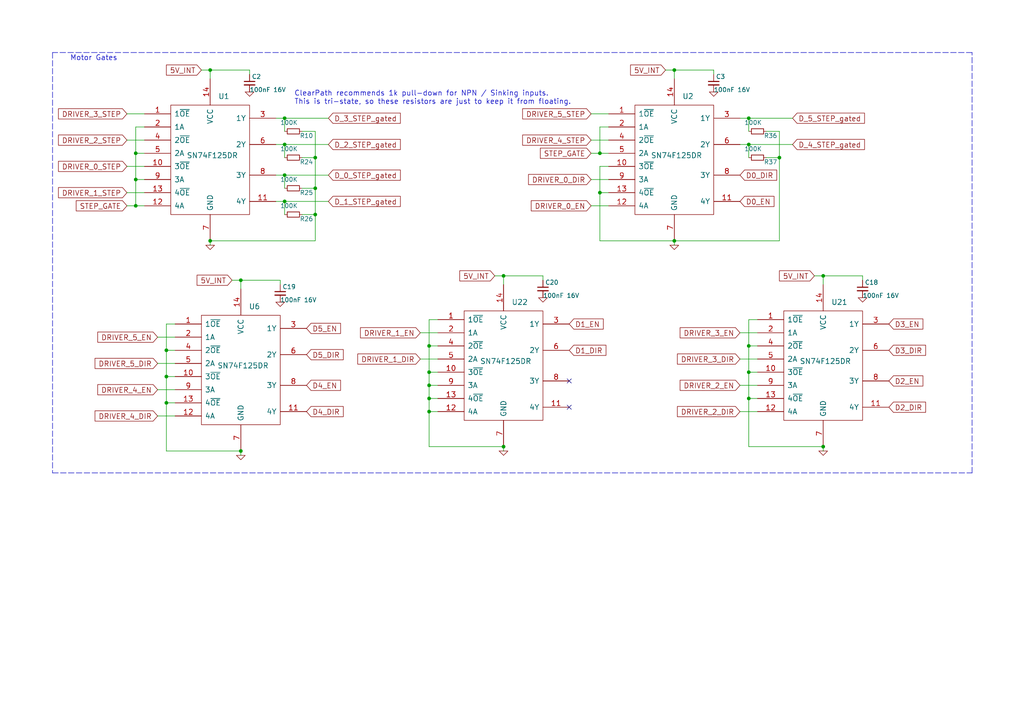
<source format=kicad_sch>
(kicad_sch (version 20250114) (generator "eeschema") (generator_version "9.0")
  (paper "A4")
  (title_block (title "Duet 3 Main Board 3DP") (date "2023-02-22") (rev "1.0") (company "3DPotter") (comment 1 "(c) 3DPotter"))
  (lib_symbols
    (symbol "3DPotter:SN74F125DR" (pin_names (offset 1.016))
      (property "Reference" "U" (at 3.81 15.875 0))
      (property "Value" "SN74F125DR" (at 0.635 -0.635 0))
      (symbol "SN74F125DR_0_1"
        (rectangle (start -11.43 13.97) (end 11.43 -17.78))
      )
      (symbol "SN74F125DR_1_1"
        (pin input line (at -19.05 11.43 0) (length 7.62) (name "1~{OE}") (number "1"))
        (pin input line (at -19.05 7.62 0) (length 7.62) (name "1A") (number "2"))
        (pin input line (at -19.05 3.81 0) (length 7.62) (name "2~{OE}") (number "4"))
        (pin input line (at -19.05 0 0) (length 7.62) (name "2A") (number "5"))
        (pin input line (at -19.05 -3.81 0) (length 7.62) (name "3~{OE}") (number "10"))
        (pin input line (at -19.05 -7.62 0) (length 7.62) (name "3A") (number "9"))
        (pin input line (at -19.05 -11.43 0) (length 7.62) (name "4~{OE}") (number "13"))
        (pin input line (at -19.05 -15.24 0) (length 7.62) (name "4A") (number "12"))
        (pin power_in line (at 0 21.59 270) (length 7.62) (name "VCC") (number "14"))
        (pin power_in line (at 0 -25.4 90) (length 7.62) (name "GND") (number "7"))
        (pin tri_state line (at 19.05 10.16 180) (length 7.62) (name "1Y") (number "3"))
        (pin tri_state line (at 19.05 2.54 180) (length 7.62) (name "2Y") (number "6"))
        (pin tri_state line (at 19.05 -6.35 180) (length 7.62) (name "3Y") (number "8"))
        (pin tri_state line (at 19.05 -13.97 180) (length 7.62) (name "4Y") (number "11"))
      )
    )
    (symbol "Device:C_Small" (pin_numbers (hide yes)) (pin_names (offset 0.254) (hide yes))
      (property "Reference" "C" (at 0.254 1.778 0))
      (property "Value" "C_Small" (at 0.254 -2.032 0))
      (symbol "C_Small_0_1"
        (polyline (pts (xy -1.524 0.508) (xy 1.524 0.508)) (stroke (width 0.3048)))
        (polyline (pts (xy -1.524 -0.508) (xy 1.524 -0.508)) (stroke (width 0.3302)))
      )
      (symbol "C_Small_1_1"
        (pin passive line (at 0 2.54 270) (length 2.032) (name "~") (number "1"))
        (pin passive line (at 0 -2.54 90) (length 2.032) (name "~") (number "2"))
      )
    )
    (symbol "Device:R_Small" (pin_numbers (hide yes)) (pin_names (offset 0.254) (hide yes))
      (property "Reference" "R" (at 0.762 0.508 0))
      (property "Value" "R_Small" (at 0.762 -1.016 0))
      (symbol "R_Small_0_1"
        (rectangle (start -0.762 1.778) (end 0.762 -1.778) (stroke (width 0.2032)))
      )
      (symbol "R_Small_1_1"
        (pin passive line (at 0 2.54 270) (length 0.762) (name "~") (number "1"))
        (pin passive line (at 0 -2.54 90) (length 0.762) (name "~") (number "2"))
      )
    )
    (symbol "GND_1" (power) (pin_numbers (hide yes)) (pin_names (offset 0) (hide yes))
      (symbol "GND_1_0_1"
        (polyline (pts (xy -1.27 0) (xy 0 -1.27) (xy 1.27 0) (xy -1.27 0)))
      )
      (symbol "GND_1_1_1"
        (pin power_in line (at 0 0 90) (length 0) (hide yes) (name "GND") (number "1"))
      )
    )
    (symbol "GND_3" (power) (pin_numbers (hide yes)) (pin_names (offset 0) (hide yes))
      (symbol "GND_3_0_1"
        (polyline (pts (xy -1.27 0) (xy 0 -1.27) (xy 1.27 0) (xy -1.27 0)))
      )
      (symbol "GND_3_1_1"
        (pin power_in line (at 0 0 90) (length 0) (hide yes) (name "GND") (number "1"))
      )
    )
    (symbol "GND_7" (power) (pin_numbers (hide yes)) (pin_names (offset 0) (hide yes))
      (symbol "GND_7_0_1"
        (polyline (pts (xy -1.27 0) (xy 0 -1.27) (xy 1.27 0) (xy -1.27 0)))
      )
      (symbol "GND_7_1_1"
        (pin power_in line (at 0 0 90) (length 0) (hide yes) (name "GND") (number "1"))
      )
    )
    (symbol "GND_8" (power) (pin_numbers (hide yes)) (pin_names (offset 0) (hide yes))
      (symbol "GND_8_0_1"
        (polyline (pts (xy -1.27 0) (xy 0 -1.27) (xy 1.27 0) (xy -1.27 0)))
      )
      (symbol "GND_8_1_1"
        (pin power_in line (at 0 0 90) (length 0) (hide yes) (name "GND") (number "1"))
      )
    )
  )
  (text "Motor Gates" (at 20.32 17.78 0) (effects (font (size 1.5 1.5)) (justify left bottom)))
  (text "ClearPath recommends 1k pull-down for NPN / Sinking inputs.\nThis is tri-state, so these resistors are just to keep it from floating." (at 85.344 30.48 0) (effects (font (size 1.5 1.5)) (justify left bottom)))
  (junction (at 217.17 107.95))
  (junction (at 124.46 115.57))
  (junction (at 60.96 69.85))
  (junction (at 39.37 52.07))
  (junction (at 82.55 41.91))
  (junction (at 238.76 80.01))
  (junction (at 124.46 100.33))
  (junction (at 82.55 58.42))
  (junction (at 91.44 62.23))
  (junction (at 39.37 59.69))
  (junction (at 69.85 81.28))
  (junction (at 91.44 54.61))
  (junction (at 48.26 116.84))
  (junction (at 82.55 34.29))
  (junction (at 173.99 44.45))
  (junction (at 173.99 55.88))
  (junction (at 69.85 130.81))
  (junction (at 195.58 20.32))
  (junction (at 146.05 80.01))
  (junction (at 48.26 101.6))
  (junction (at 124.46 119.38))
  (junction (at 226.06 45.72))
  (junction (at 39.37 44.45))
  (junction (at 48.26 109.22))
  (junction (at 217.17 115.57))
  (junction (at 60.96 20.32))
  (junction (at 82.55 50.8))
  (junction (at 195.58 69.85))
  (junction (at 146.05 129.54))
  (junction (at 238.76 129.54))
  (junction (at 91.44 45.72))
  (junction (at 124.46 107.95))
  (junction (at 217.17 100.33))
  (junction (at 217.17 34.29))
  (junction (at 124.46 111.76))
  (junction (at 217.17 41.91))
  (no_connect (at 165.1 110.49))
  (no_connect (at 165.1 118.11))
  (wire (pts (xy 250.19 81.28) (xy 250.19 80.01)))
  (wire (pts (xy 238.76 129.54) (xy 217.17 129.54)))
  (wire (pts (xy 217.17 100.33) (xy 217.17 92.71)))
  (wire (pts (xy 173.99 55.88) (xy 176.53 55.88)))
  (wire (pts (xy 238.76 129.54) (xy 238.76 130.81)))
  (wire (pts (xy 217.17 34.29) (xy 217.17 38.1)))
  (wire (pts (xy 121.92 96.52) (xy 127 96.52)))
  (wire (pts (xy 217.17 129.54) (xy 217.17 115.57)))
  (wire (pts (xy 226.06 69.85) (xy 195.58 69.85)))
  (wire (pts (xy 39.37 59.69) (xy 41.91 59.69)))
  (wire (pts (xy 80.01 58.42) (xy 82.55 58.42)))
  (wire (pts (xy 39.37 52.07) (xy 41.91 52.07)))
  (wire (pts (xy 91.44 45.72) (xy 91.44 54.61)))
  (wire (pts (xy 60.96 22.86) (xy 60.96 20.32)))
  (wire (pts (xy 171.45 40.64) (xy 176.53 40.64)))
  (wire (pts (xy 195.58 69.85) (xy 195.58 71.12)))
  (wire (pts (xy 146.05 82.55) (xy 146.05 80.01)))
  (wire (pts (xy 214.63 41.91) (xy 217.17 41.91)))
  (wire (pts (xy 173.99 69.85) (xy 195.58 69.85)))
  (wire (pts (xy 36.83 48.26) (xy 41.91 48.26)))
  (wire (pts (xy 50.8 101.6) (xy 48.26 101.6)))
  (wire (pts (xy 91.44 38.1) (xy 91.44 45.72)))
  (wire (pts (xy 48.26 116.84) (xy 48.26 130.81)))
  (wire (pts (xy 48.26 109.22) (xy 48.26 116.84)))
  (wire (pts (xy 171.45 52.07) (xy 176.53 52.07)))
  (wire (pts (xy 207.01 21.59) (xy 207.01 20.32)))
  (wire (pts (xy 50.8 93.98) (xy 48.26 93.98)))
  (wire (pts (xy 176.53 36.83) (xy 173.99 36.83)))
  (wire (pts (xy 82.55 34.29) (xy 82.55 38.1)))
  (wire (pts (xy 171.45 44.45) (xy 173.99 44.45)))
  (wire (pts (xy 45.72 105.41) (xy 50.8 105.41)))
  (wire (pts (xy 82.55 58.42) (xy 95.25 58.42)))
  (wire (pts (xy 173.99 36.83) (xy 173.99 44.45)))
  (wire (pts (xy 48.26 109.22) (xy 50.8 109.22)))
  (wire (pts (xy 82.55 41.91) (xy 82.55 45.72)))
  (wire (pts (xy 80.01 41.91) (xy 82.55 41.91)))
  (wire (pts (xy 214.63 111.76) (xy 219.71 111.76)))
  (wire (pts (xy 124.46 107.95) (xy 124.46 100.33)))
  (wire (pts (xy 82.55 50.8) (xy 95.25 50.8)))
  (polyline (pts (xy 15.24 137.16) (xy 281.94 137.16)) (stroke (width 0) (type dash)))
  (wire (pts (xy 214.63 96.52) (xy 219.71 96.52)))
  (wire (pts (xy 81.28 82.55) (xy 81.28 81.28)))
  (wire (pts (xy 67.31 81.28) (xy 69.85 81.28)))
  (wire (pts (xy 80.01 50.8) (xy 82.55 50.8)))
  (wire (pts (xy 82.55 58.42) (xy 82.55 62.23)))
  (polyline (pts (xy 281.94 15.24) (xy 15.24 15.24)) (stroke (width 0) (type dash)))
  (polyline (pts (xy 281.94 137.16) (xy 281.94 15.24)) (stroke (width 0) (type dash)))
  (wire (pts (xy 69.85 130.81) (xy 69.85 132.08)))
  (wire (pts (xy 36.83 33.02) (xy 41.91 33.02)))
  (wire (pts (xy 124.46 92.71) (xy 127 92.71)))
  (wire (pts (xy 236.22 80.01) (xy 238.76 80.01)))
  (wire (pts (xy 82.55 50.8) (xy 82.55 54.61)))
  (wire (pts (xy 60.96 71.12) (xy 60.96 69.85)))
  (wire (pts (xy 217.17 107.95) (xy 219.71 107.95)))
  (wire (pts (xy 124.46 119.38) (xy 124.46 115.57)))
  (wire (pts (xy 195.58 20.32) (xy 207.01 20.32)))
  (wire (pts (xy 124.46 119.38) (xy 127 119.38)))
  (wire (pts (xy 82.55 34.29) (xy 95.25 34.29)))
  (wire (pts (xy 217.17 41.91) (xy 229.87 41.91)))
  (wire (pts (xy 45.72 97.79) (xy 50.8 97.79)))
  (wire (pts (xy 39.37 44.45) (xy 39.37 52.07)))
  (wire (pts (xy 121.92 104.14) (xy 127 104.14)))
  (wire (pts (xy 60.96 20.32) (xy 72.39 20.32)))
  (wire (pts (xy 173.99 48.26) (xy 173.99 55.88)))
  (wire (pts (xy 171.45 59.69) (xy 176.53 59.69)))
  (wire (pts (xy 39.37 44.45) (xy 41.91 44.45)))
  (polyline (pts (xy 15.24 15.24) (xy 15.24 137.16)) (stroke (width 0) (type dash)))
  (wire (pts (xy 124.46 107.95) (xy 127 107.95)))
  (wire (pts (xy 238.76 80.01) (xy 250.19 80.01)))
  (wire (pts (xy 217.17 100.33) (xy 219.71 100.33)))
  (wire (pts (xy 217.17 115.57) (xy 219.71 115.57)))
  (wire (pts (xy 124.46 115.57) (xy 127 115.57)))
  (wire (pts (xy 146.05 129.54) (xy 146.05 130.81)))
  (wire (pts (xy 124.46 115.57) (xy 124.46 111.76)))
  (wire (pts (xy 87.63 54.61) (xy 91.44 54.61)))
  (wire (pts (xy 195.58 22.86) (xy 195.58 20.32)))
  (wire (pts (xy 39.37 36.83) (xy 39.37 44.45)))
  (wire (pts (xy 214.63 119.38) (xy 219.71 119.38)))
  (wire (pts (xy 217.17 92.71) (xy 219.71 92.71)))
  (wire (pts (xy 36.83 40.64) (xy 41.91 40.64)))
  (wire (pts (xy 36.83 55.88) (xy 41.91 55.88)))
  (wire (pts (xy 226.06 45.72) (xy 226.06 69.85)))
  (wire (pts (xy 45.72 120.65) (xy 50.8 120.65)))
  (wire (pts (xy 171.45 33.02) (xy 176.53 33.02)))
  (wire (pts (xy 39.37 52.07) (xy 39.37 59.69)))
  (wire (pts (xy 69.85 81.28) (xy 81.28 81.28)))
  (wire (pts (xy 217.17 115.57) (xy 217.17 107.95)))
  (wire (pts (xy 72.39 21.59) (xy 72.39 20.32)))
  (wire (pts (xy 58.42 20.32) (xy 60.96 20.32)))
  (wire (pts (xy 143.51 80.01) (xy 146.05 80.01)))
  (wire (pts (xy 238.76 82.55) (xy 238.76 80.01)))
  (wire (pts (xy 173.99 44.45) (xy 176.53 44.45)))
  (wire (pts (xy 124.46 100.33) (xy 124.46 92.71)))
  (wire (pts (xy 146.05 80.01) (xy 157.48 80.01)))
  (wire (pts (xy 91.44 62.23) (xy 91.44 69.85)))
  (wire (pts (xy 36.83 59.69) (xy 39.37 59.69)))
  (wire (pts (xy 217.17 34.29) (xy 229.87 34.29)))
  (wire (pts (xy 87.63 62.23) (xy 91.44 62.23)))
  (wire (pts (xy 214.63 104.14) (xy 219.71 104.14)))
  (wire (pts (xy 124.46 129.54) (xy 146.05 129.54)))
  (wire (pts (xy 91.44 54.61) (xy 91.44 62.23)))
  (wire (pts (xy 48.26 93.98) (xy 48.26 101.6)))
  (wire (pts (xy 222.25 45.72) (xy 226.06 45.72)))
  (wire (pts (xy 217.17 107.95) (xy 217.17 100.33)))
  (wire (pts (xy 87.63 38.1) (xy 91.44 38.1)))
  (wire (pts (xy 176.53 48.26) (xy 173.99 48.26)))
  (wire (pts (xy 87.63 45.72) (xy 91.44 45.72)))
  (wire (pts (xy 124.46 129.54) (xy 124.46 119.38)))
  (wire (pts (xy 82.55 41.91) (xy 95.25 41.91)))
  (wire (pts (xy 226.06 38.1) (xy 226.06 45.72)))
  (wire (pts (xy 124.46 100.33) (xy 127 100.33)))
  (wire (pts (xy 214.63 34.29) (xy 217.17 34.29)))
  (wire (pts (xy 222.25 38.1) (xy 226.06 38.1)))
  (wire (pts (xy 45.72 113.03) (xy 50.8 113.03)))
  (wire (pts (xy 48.26 101.6) (xy 48.26 109.22)))
  (wire (pts (xy 48.26 130.81) (xy 69.85 130.81)))
  (wire (pts (xy 124.46 111.76) (xy 124.46 107.95)))
  (wire (pts (xy 217.17 41.91) (xy 217.17 45.72)))
  (wire (pts (xy 124.46 111.76) (xy 127 111.76)))
  (wire (pts (xy 173.99 55.88) (xy 173.99 69.85)))
  (wire (pts (xy 91.44 69.85) (xy 60.96 69.85)))
  (wire (pts (xy 48.26 116.84) (xy 50.8 116.84)))
  (wire (pts (xy 193.04 20.32) (xy 195.58 20.32)))
  (wire (pts (xy 41.91 36.83) (xy 39.37 36.83)))
  (wire (pts (xy 157.48 81.28) (xy 157.48 80.01)))
  (wire (pts (xy 69.85 83.82) (xy 69.85 81.28)))
  (wire (pts (xy 80.01 34.29) (xy 82.55 34.29)))
  (global_label "D4_EN" (shape input) (at 88.9 111.76 0) (effects (font (size 1.5 1.5))) (property "Intersheetrefs" "${INTERSHEET_REFS}" (effects (hide yes))))
  (global_label "D2_DIR" (shape input) (at 257.81 118.11 0) (effects (font (size 1.5 1.5))) (property "Intersheetrefs" "${INTERSHEET_REFS}" (effects (hide yes))))
  (global_label "5V_INT" (shape input) (at 143.51 80.01 180) (effects (font (size 1.5 1.5))) (property "Intersheetrefs" "${INTERSHEET_REFS}" (effects (hide yes))))
  (global_label "DRIVER_1_EN" (shape input) (at 121.92 96.52 180) (effects (font (size 1.5 1.5))) (property "Intersheetrefs" "${INTERSHEET_REFS}" (effects (hide yes))))
  (global_label "D_0_STEP_gated" (shape input) (at 95.25 50.8 0) (effects (font (size 1.5 1.5))) (property "Intersheetrefs" "${INTERSHEET_REFS}" (effects (hide yes))))
  (global_label "D_3_STEP_gated" (shape input) (at 95.25 34.29 0) (effects (font (size 1.5 1.5))) (property "Intersheetrefs" "${INTERSHEET_REFS}" (effects (hide yes))))
  (global_label "D_4_STEP_gated" (shape input) (at 229.87 41.91 0) (effects (font (size 1.5 1.5))) (property "Intersheetrefs" "${INTERSHEET_REFS}" (effects (hide yes))))
  (global_label "D1_EN" (shape input) (at 165.1 93.98 0) (effects (font (size 1.5 1.5))) (property "Intersheetrefs" "${INTERSHEET_REFS}" (effects (hide yes))))
  (global_label "D1_DIR" (shape input) (at 165.1 101.6 0) (effects (font (size 1.5 1.5))) (property "Intersheetrefs" "${INTERSHEET_REFS}" (effects (hide yes))))
  (global_label "5V_INT" (shape input) (at 58.42 20.32 180) (effects (font (size 1.5 1.5))) (property "Intersheetrefs" "${INTERSHEET_REFS}" (effects (hide yes))))
  (global_label "5V_INT" (shape input) (at 236.22 80.01 180) (effects (font (size 1.5 1.5))) (property "Intersheetrefs" "${INTERSHEET_REFS}" (effects (hide yes))))
  (global_label "DRIVER_3_STEP" (shape input) (at 36.83 33.02 180) (effects (font (size 1.5 1.5))) (property "Intersheetrefs" "${INTERSHEET_REFS}" (effects (hide yes))))
  (global_label "5V_INT" (shape input) (at 193.04 20.32 180) (effects (font (size 1.5 1.5))) (property "Intersheetrefs" "${INTERSHEET_REFS}" (effects (hide yes))))
  (global_label "DRIVER_1_DIR" (shape input) (at 121.92 104.14 180) (effects (font (size 1.5 1.5))) (property "Intersheetrefs" "${INTERSHEET_REFS}" (effects (hide yes))))
  (global_label "STEP_GATE" (shape input) (at 171.45 44.45 180) (effects (font (size 1.5 1.5))) (property "Intersheetrefs" "${INTERSHEET_REFS}" (effects (hide yes))))
  (global_label "DRIVER_0_EN" (shape input) (at 171.45 59.69 180) (effects (font (size 1.5 1.5))) (property "Intersheetrefs" "${INTERSHEET_REFS}" (effects (hide yes))))
  (global_label "D3_DIR" (shape input) (at 257.81 101.6 0) (effects (font (size 1.5 1.5))) (property "Intersheetrefs" "${INTERSHEET_REFS}" (effects (hide yes))))
  (global_label "DRIVER_3_EN" (shape input) (at 214.63 96.52 180) (effects (font (size 1.5 1.5))) (property "Intersheetrefs" "${INTERSHEET_REFS}" (effects (hide yes))))
  (global_label "DRIVER_2_DIR" (shape input) (at 214.63 119.38 180) (effects (font (size 1.5 1.5))) (property "Intersheetrefs" "${INTERSHEET_REFS}" (effects (hide yes))))
  (global_label "DRIVER_5_STEP" (shape input) (at 171.45 33.02 180) (effects (font (size 1.5 1.5))) (property "Intersheetrefs" "${INTERSHEET_REFS}" (effects (hide yes))))
  (global_label "DRIVER_4_EN" (shape input) (at 45.72 113.03 180) (effects (font (size 1.5 1.5))) (property "Intersheetrefs" "${INTERSHEET_REFS}" (effects (hide yes))))
  (global_label "D3_EN" (shape input) (at 257.81 93.98 0) (effects (font (size 1.5 1.5))) (property "Intersheetrefs" "${INTERSHEET_REFS}" (effects (hide yes))))
  (global_label "DRIVER_1_STEP" (shape input) (at 36.83 55.88 180) (effects (font (size 1.5 1.5))) (property "Intersheetrefs" "${INTERSHEET_REFS}" (effects (hide yes))))
  (global_label "D5_EN" (shape input) (at 88.9 95.25 0) (effects (font (size 1.5 1.5))) (property "Intersheetrefs" "${INTERSHEET_REFS}" (effects (hide yes))))
  (global_label "DRIVER_3_DIR" (shape input) (at 214.63 104.14 180) (effects (font (size 1.5 1.5))) (property "Intersheetrefs" "${INTERSHEET_REFS}" (effects (hide yes))))
  (global_label "D_1_STEP_gated" (shape input) (at 95.25 58.42 0) (effects (font (size 1.5 1.5))) (property "Intersheetrefs" "${INTERSHEET_REFS}" (effects (hide yes))))
  (global_label "DRIVER_5_EN" (shape input) (at 45.72 97.79 180) (effects (font (size 1.5 1.5))) (property "Intersheetrefs" "${INTERSHEET_REFS}" (effects (hide yes))))
  (global_label "DRIVER_0_STEP" (shape input) (at 36.83 48.26 180) (effects (font (size 1.5 1.5))) (property "Intersheetrefs" "${INTERSHEET_REFS}" (effects (hide yes))))
  (global_label "STEP_GATE" (shape input) (at 36.83 59.69 180) (effects (font (size 1.5 1.5))) (property "Intersheetrefs" "${INTERSHEET_REFS}" (effects (hide yes))))
  (global_label "DRIVER_5_DIR" (shape input) (at 45.72 105.41 180) (effects (font (size 1.5 1.5))) (property "Intersheetrefs" "${INTERSHEET_REFS}" (effects (hide yes))))
  (global_label "5V_INT" (shape input) (at 67.31 81.28 180) (effects (font (size 1.5 1.5))) (property "Intersheetrefs" "${INTERSHEET_REFS}" (effects (hide yes))))
  (global_label "D_5_STEP_gated" (shape input) (at 229.87 34.29 0) (effects (font (size 1.5 1.5))) (property "Intersheetrefs" "${INTERSHEET_REFS}" (effects (hide yes))))
  (global_label "D5_DIR" (shape input) (at 88.9 102.87 0) (effects (font (size 1.5 1.5))) (property "Intersheetrefs" "${INTERSHEET_REFS}" (effects (hide yes))))
  (global_label "D2_EN" (shape input) (at 257.81 110.49 0) (effects (font (size 1.5 1.5))) (property "Intersheetrefs" "${INTERSHEET_REFS}" (effects (hide yes))))
  (global_label "DRIVER_4_STEP" (shape input) (at 171.45 40.64 180) (effects (font (size 1.5 1.5))) (property "Intersheetrefs" "${INTERSHEET_REFS}" (effects (hide yes))))
  (global_label "D0_EN" (shape input) (at 214.63 58.42 0) (effects (font (size 1.5 1.5))) (property "Intersheetrefs" "${INTERSHEET_REFS}" (effects (hide yes))))
  (global_label "D0_DIR" (shape input) (at 214.63 50.8 0) (effects (font (size 1.5 1.5))) (property "Intersheetrefs" "${INTERSHEET_REFS}" (effects (hide yes))))
  (global_label "DRIVER_4_DIR" (shape input) (at 45.72 120.65 180) (effects (font (size 1.5 1.5))) (property "Intersheetrefs" "${INTERSHEET_REFS}" (effects (hide yes))))
  (global_label "DRIVER_2_EN" (shape input) (at 214.63 111.76 180) (effects (font (size 1.5 1.5))) (property "Intersheetrefs" "${INTERSHEET_REFS}" (effects (hide yes))))
  (global_label "D_2_STEP_gated" (shape input) (at 95.25 41.91 0) (effects (font (size 1.5 1.5))) (property "Intersheetrefs" "${INTERSHEET_REFS}" (effects (hide yes))))
  (global_label "DRIVER_2_STEP" (shape input) (at 36.83 40.64 180) (effects (font (size 1.5 1.5))) (property "Intersheetrefs" "${INTERSHEET_REFS}" (effects (hide yes))))
  (global_label "DRIVER_0_DIR" (shape input) (at 171.45 52.07 180) (effects (font (size 1.5 1.5))) (property "Intersheetrefs" "${INTERSHEET_REFS}" (effects (hide yes))))
  (global_label "D4_DIR" (shape input) (at 88.9 119.38 0) (effects (font (size 1.5 1.5))) (property "Intersheetrefs" "${INTERSHEET_REFS}" (effects (hide yes))))
  (symbol (lib_id "Device:C_Small") (at 207.01 24.13 0) (unit 1)
    (property "Reference" "C3" (at 207.645 22.225 0) (effects (justify left)))
    (property "Value" "100nF 16V" (at 207.01 26.035 0) (effects (justify left)))
    (property "Footprint" "Capacitor_SMD:C_0402_1005Metric_Wbry" (effects (hide yes)))
    (property "Part Number" "GRM155R71C104KA88D" (effects (hide yes)))
    (property "LCSC" "C71629" (effects (hide yes)))
  )
  (symbol (lib_name "GND_3") (lib_id "Duet3:GND") (at 72.39 26.67 0) (unit 1)
    (property "Reference" "#PWR04" (effects (hide yes)))
    (property "Value" "GND" (effects (hide yes)))
  )
  (symbol (lib_id "Device:C_Small") (at 72.39 24.13 0) (unit 1)
    (property "Reference" "C2" (at 73.025 22.225 0) (effects (justify left)))
    (property "Value" "100nF 16V" (at 72.39 26.035 0) (effects (justify left)))
    (property "Footprint" "Capacitor_SMD:C_0402_1005Metric_Wbry" (effects (hide yes)))
    (property "Part Number" "GRM155R71C104KA88D" (effects (hide yes)))
    (property "LCSC" "C71629" (effects (hide yes)))
  )
  (symbol (lib_name "GND_1") (lib_id "Duet3:GND") (at 60.96 71.12 0) (unit 1)
    (property "Reference" "#PWR01" (effects (hide yes)))
    (property "Value" "GND" (effects (hide yes)))
  )
  (symbol (lib_name "GND_8") (lib_id "Duet3:GND") (at 195.58 71.12 0) (unit 1)
    (property "Reference" "#PWR05" (effects (hide yes)))
    (property "Value" "GND" (effects (hide yes)))
  )
  (symbol (lib_name "GND_7") (lib_id "Duet3:GND") (at 207.01 26.67 0) (unit 1)
    (property "Reference" "#PWR07" (effects (hide yes)))
    (property "Value" "GND" (effects (hide yes)))
  )
  (symbol (lib_id "3DPotter:SN74F125DR") (at 195.58 44.45 0) (unit 1)
    (property "Reference" "U2" (at 197.8979 27.94 0) (effects (font (size 1.524 1.524)) (justify left)))
    (property "Value" "SN74F125DR" (at 196.215 45.085 0) (effects (font (size 1.524 1.524))))
    (property "Footprint" "Package_SO:SOIC-14_3.9x8.7mm_P1.27mm" (effects (hide yes)))
    (property "Datasheet" "https://www.ti.com/cn/lit/ds/symlink/sn74f125.pdf" (effects (hide yes)))
    (property "Part Number" "SN74F125DR" (effects (hide yes)))
    (property "LCSC" "C2675540" (effects (hide yes)))
  )
  (symbol (lib_id "Device:R_Small") (at 85.09 38.1 270) (unit 1)
    (property "Reference" "R10" (at 88.9 39.37 90))
    (property "Value" "100K" (at 83.82 35.56 90))
    (property "Footprint" "Resistor_SMD:R_0402_1005Metric" (effects (hide yes)))
    (property "Part Number" "AC0402FR-07100KL" (effects (hide yes)))
    (property "LCSC" "C144809" (effects (hide yes)))
  )
  (symbol (lib_id "Device:R_Small") (at 219.71 38.1 270) (unit 1)
    (property "Reference" "R36" (at 223.52 39.37 90))
    (property "Value" "100K" (at 218.44 35.56 90))
    (property "Footprint" "Resistor_SMD:R_0402_1005Metric" (effects (hide yes)))
    (property "Part Number" "AC0402FR-07100KL" (effects (hide yes)))
    (property "LCSC" "C144809" (effects (hide yes)))
  )
  (symbol (lib_id "Device:R_Small") (at 85.09 45.72 270) (unit 1)
    (property "Reference" "R24" (at 88.9 46.99 90))
    (property "Value" "100K" (at 83.82 43.18 90))
    (property "Footprint" "Resistor_SMD:R_0402_1005Metric" (effects (hide yes)))
    (property "Part Number" "AC0402FR-07100KL" (effects (hide yes)))
    (property "LCSC" "C144809" (effects (hide yes)))
  )
  (symbol (lib_id "Device:R_Small") (at 219.71 45.72 270) (unit 1)
    (property "Reference" "R37" (at 223.52 46.99 90))
    (property "Value" "100K" (at 218.44 43.18 90))
    (property "Footprint" "Resistor_SMD:R_0402_1005Metric" (effects (hide yes)))
    (property "Part Number" "AC0402FR-07100KL" (effects (hide yes)))
    (property "LCSC" "C144809" (effects (hide yes)))
  )
  (symbol (lib_name "GND_8") (lib_id "Duet3:GND") (at 238.76 130.81 0) (unit 1)
    (property "Reference" "#PWR03" (effects (hide yes)))
    (property "Value" "GND" (effects (hide yes)))
  )
  (symbol (lib_id "Device:R_Small") (at 85.09 54.61 270) (unit 1)
    (property "Reference" "R25" (at 88.9 55.88 90))
    (property "Value" "100K" (at 83.82 52.07 90))
    (property "Footprint" "Resistor_SMD:R_0402_1005Metric" (effects (hide yes)))
    (property "Part Number" "AC0402FR-07100KL" (effects (hide yes)))
    (property "LCSC" "C144809" (effects (hide yes)))
  )
  (symbol (lib_name "GND_8") (lib_id "Duet3:GND") (at 146.05 130.81 0) (unit 1)
    (property "Reference" "#PWR020" (effects (hide yes)))
    (property "Value" "GND" (effects (hide yes)))
  )
  (symbol (lib_id "3DPotter:SN74F125DR") (at 146.05 104.14 0) (unit 1)
    (property "Reference" "U22" (at 148.3679 87.63 0) (effects (font (size 1.524 1.524)) (justify left)))
    (property "Value" "SN74F125DR" (at 146.685 104.775 0) (effects (font (size 1.524 1.524))))
    (property "Footprint" "Package_SO:SOIC-14_3.9x8.7mm_P1.27mm" (effects (hide yes)))
    (property "Datasheet" "https://www.ti.com/cn/lit/ds/symlink/sn74f125.pdf" (effects (hide yes)))
    (property "Part Number" "SN74F125DR" (effects (hide yes)))
    (property "LCSC" "C2675540" (effects (hide yes)))
  )
  (symbol (lib_name "GND_7") (lib_id "Duet3:GND") (at 81.28 87.63 0) (unit 1)
    (property "Reference" "#PWR019" (effects (hide yes)))
    (property "Value" "GND" (effects (hide yes)))
  )
  (symbol (lib_name "GND_7") (lib_id "Duet3:GND") (at 157.48 86.36 0) (unit 1)
    (property "Reference" "#PWR021" (effects (hide yes)))
    (property "Value" "GND" (effects (hide yes)))
  )
  (symbol (lib_id "Device:C_Small") (at 250.19 83.82 0) (unit 1)
    (property "Reference" "C18" (at 250.825 81.915 0) (effects (justify left)))
    (property "Value" "100nF 16V" (at 250.19 85.725 0) (effects (justify left)))
    (property "Footprint" "Capacitor_SMD:C_0402_1005Metric" (effects (hide yes)))
    (property "Part Number" "GRM155R71C104KA88D" (effects (hide yes)))
    (property "LCSC" "C71629" (effects (hide yes)))
  )
  (symbol (lib_id "3DPotter:SN74F125DR") (at 60.96 44.45 0) (unit 1)
    (property "Reference" "U1" (at 63.2779 27.94 0) (effects (font (size 1.524 1.524)) (justify left)))
    (property "Value" "SN74F125DR" (at 61.595 45.085 0) (effects (font (size 1.524 1.524))))
    (property "Footprint" "Package_SO:SOIC-14_3.9x8.7mm_P1.27mm" (effects (hide yes)))
    (property "Datasheet" "https://www.ti.com/cn/lit/ds/symlink/sn74f125.pdf" (effects (hide yes)))
    (property "Part Number" "SN74F125DR" (effects (hide yes)))
    (property "LCSC" "C2675540" (effects (hide yes)))
  )
  (symbol (lib_name "GND_8") (lib_id "Duet3:GND") (at 69.85 132.08 0) (unit 1)
    (property "Reference" "#PWR018" (effects (hide yes)))
    (property "Value" "GND" (effects (hide yes)))
  )
  (symbol (lib_id "3DPotter:SN74F125DR") (at 69.85 105.41 0) (unit 1)
    (property "Reference" "U6" (at 72.1679 88.9 0) (effects (font (size 1.524 1.524)) (justify left)))
    (property "Value" "SN74F125DR" (at 70.485 106.045 0) (effects (font (size 1.524 1.524))))
    (property "Footprint" "Package_SO:SOIC-14_3.9x8.7mm_P1.27mm" (effects (hide yes)))
    (property "Datasheet" "https://www.ti.com/cn/lit/ds/symlink/sn74f125.pdf" (effects (hide yes)))
    (property "Part Number" "SN74F125DR" (effects (hide yes)))
    (property "LCSC" "C2675540" (effects (hide yes)))
  )
  (symbol (lib_id "Device:C_Small") (at 81.28 85.09 0) (unit 1)
    (property "Reference" "C19" (at 81.915 83.185 0) (effects (justify left)))
    (property "Value" "100nF 16V" (at 81.28 86.995 0) (effects (justify left)))
    (property "Footprint" "Capacitor_SMD:C_0402_1005Metric" (effects (hide yes)))
    (property "Part Number" "GRM155R71C104KA88D" (effects (hide yes)))
    (property "LCSC" "C71629" (effects (hide yes)))
  )
  (symbol (lib_id "3DPotter:SN74F125DR") (at 238.76 104.14 0) (unit 1)
    (property "Reference" "U21" (at 241.0779 87.63 0) (effects (font (size 1.524 1.524)) (justify left)))
    (property "Value" "SN74F125DR" (at 239.395 104.775 0) (effects (font (size 1.524 1.524))))
    (property "Footprint" "Package_SO:SOIC-14_3.9x8.7mm_P1.27mm" (effects (hide yes)))
    (property "Datasheet" "https://www.ti.com/cn/lit/ds/symlink/sn74f125.pdf" (effects (hide yes)))
    (property "Part Number" "SN74F125DR" (effects (hide yes)))
    (property "LCSC" "C2675540" (effects (hide yes)))
  )
  (symbol (lib_id "Device:C_Small") (at 157.48 83.82 0) (unit 1)
    (property "Reference" "C20" (at 158.115 81.915 0) (effects (justify left)))
    (property "Value" "100nF 16V" (at 157.48 85.725 0) (effects (justify left)))
    (property "Footprint" "Capacitor_SMD:C_0402_1005Metric" (effects (hide yes)))
    (property "Part Number" "GRM155R71C104KA88D" (effects (hide yes)))
    (property "LCSC" "C71629" (effects (hide yes)))
  )
  (symbol (lib_id "Device:R_Small") (at 85.09 62.23 270) (unit 1)
    (property "Reference" "R26" (at 88.9 63.5 90))
    (property "Value" "100K" (at 83.82 59.69 90))
    (property "Footprint" "Resistor_SMD:R_0402_1005Metric" (effects (hide yes)))
    (property "Part Number" "AC0402FR-07100KL" (effects (hide yes)))
    (property "LCSC" "C144809" (effects (hide yes)))
  )
  (symbol (lib_name "GND_7") (lib_id "Duet3:GND") (at 250.19 86.36 0) (unit 1)
    (property "Reference" "#PWR017" (effects (hide yes)))
    (property "Value" "GND" (effects (hide yes)))
  )
)
</source>
